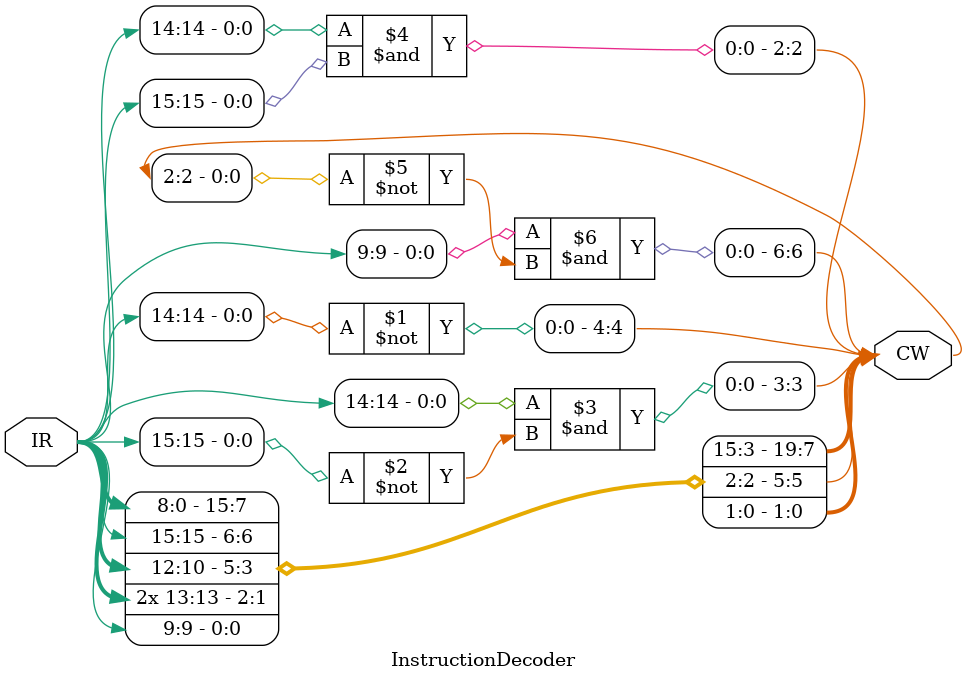
<source format=v>
module InstructionDecoder(IR, CW);
input [15:0] IR;
output [19:0] CW;
assign CW[19:17] = IR[8:6];
assign CW[16:14] = IR[5:3];
assign CW[13:11] = IR[2:0];
assign CW[10] = IR[15];
assign CW[9] = IR[12];
assign CW[8] = IR[11];
assign CW[7] = IR[10];
assign CW[5] = IR[13];
assign CW[4] = (~IR[14]);
assign CW[3] = (IR[14]) & (~IR[15]);
assign CW[2] = IR[14] & IR[15];
assign CW[1] = IR[13];
assign CW[0] = IR[9];
assign CW[6] = IR[9] & (~CW[2]);
endmodule

</source>
